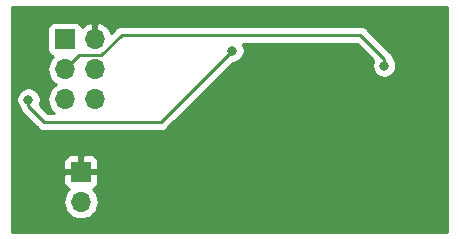
<source format=gbr>
G04 #@! TF.GenerationSoftware,KiCad,Pcbnew,(5.1.2)-1*
G04 #@! TF.CreationDate,2019-09-14T09:46:05-05:00*
G04 #@! TF.ProjectId,attiny-devboard,61747469-6e79-42d6-9465-76626f617264,rev?*
G04 #@! TF.SameCoordinates,Original*
G04 #@! TF.FileFunction,Copper,L2,Bot*
G04 #@! TF.FilePolarity,Positive*
%FSLAX46Y46*%
G04 Gerber Fmt 4.6, Leading zero omitted, Abs format (unit mm)*
G04 Created by KiCad (PCBNEW (5.1.2)-1) date 2019-09-14 09:46:05*
%MOMM*%
%LPD*%
G04 APERTURE LIST*
%ADD10R,1.700000X1.700000*%
%ADD11O,1.700000X1.700000*%
%ADD12C,0.800000*%
%ADD13C,0.250000*%
%ADD14C,0.254000*%
G04 APERTURE END LIST*
D10*
X115674140Y-93329760D03*
D11*
X115674140Y-95869760D03*
X116860320Y-87177880D03*
X114320320Y-87177880D03*
X116860320Y-84637880D03*
X114320320Y-84637880D03*
X116860320Y-82097880D03*
D10*
X114320320Y-82097880D03*
D12*
X144068800Y-81356200D03*
X119202200Y-91147900D03*
X141361160Y-84320380D03*
X111236760Y-87208360D03*
X128506220Y-83055460D03*
D13*
X141361160Y-83754695D02*
X139325885Y-81719420D01*
X141361160Y-84320380D02*
X141361160Y-83754695D01*
X115170319Y-83787881D02*
X114320320Y-84637880D01*
X115495321Y-83462879D02*
X115170319Y-83787881D01*
X117385081Y-83462879D02*
X115495321Y-83462879D01*
X119128540Y-81719420D02*
X117385081Y-83462879D01*
X139325885Y-81719420D02*
X119128540Y-81719420D01*
X111236760Y-87774045D02*
X112593855Y-89131140D01*
X111236760Y-87208360D02*
X111236760Y-87774045D01*
X112593855Y-89131140D02*
X122430540Y-89131140D01*
X122430540Y-89131140D02*
X128506220Y-83055460D01*
D14*
G36*
X146660001Y-98400000D02*
G01*
X109880000Y-98400000D01*
X109880000Y-95869760D01*
X114181955Y-95869760D01*
X114210627Y-96160871D01*
X114295541Y-96440794D01*
X114433434Y-96698774D01*
X114619006Y-96924894D01*
X114845126Y-97110466D01*
X115103106Y-97248359D01*
X115383029Y-97333273D01*
X115601190Y-97354760D01*
X115747090Y-97354760D01*
X115965251Y-97333273D01*
X116245174Y-97248359D01*
X116503154Y-97110466D01*
X116729274Y-96924894D01*
X116914846Y-96698774D01*
X117052739Y-96440794D01*
X117137653Y-96160871D01*
X117166325Y-95869760D01*
X117137653Y-95578649D01*
X117052739Y-95298726D01*
X116914846Y-95040746D01*
X116729274Y-94814626D01*
X116699453Y-94790153D01*
X116768320Y-94769262D01*
X116878634Y-94710297D01*
X116975325Y-94630945D01*
X117054677Y-94534254D01*
X117113642Y-94423940D01*
X117149952Y-94304242D01*
X117162212Y-94179760D01*
X117159140Y-93615510D01*
X117000390Y-93456760D01*
X115801140Y-93456760D01*
X115801140Y-93476760D01*
X115547140Y-93476760D01*
X115547140Y-93456760D01*
X114347890Y-93456760D01*
X114189140Y-93615510D01*
X114186068Y-94179760D01*
X114198328Y-94304242D01*
X114234638Y-94423940D01*
X114293603Y-94534254D01*
X114372955Y-94630945D01*
X114469646Y-94710297D01*
X114579960Y-94769262D01*
X114648827Y-94790153D01*
X114619006Y-94814626D01*
X114433434Y-95040746D01*
X114295541Y-95298726D01*
X114210627Y-95578649D01*
X114181955Y-95869760D01*
X109880000Y-95869760D01*
X109880000Y-92479760D01*
X114186068Y-92479760D01*
X114189140Y-93044010D01*
X114347890Y-93202760D01*
X115547140Y-93202760D01*
X115547140Y-92003510D01*
X115801140Y-92003510D01*
X115801140Y-93202760D01*
X117000390Y-93202760D01*
X117159140Y-93044010D01*
X117162212Y-92479760D01*
X117149952Y-92355278D01*
X117113642Y-92235580D01*
X117054677Y-92125266D01*
X116975325Y-92028575D01*
X116878634Y-91949223D01*
X116768320Y-91890258D01*
X116648622Y-91853948D01*
X116524140Y-91841688D01*
X115959890Y-91844760D01*
X115801140Y-92003510D01*
X115547140Y-92003510D01*
X115388390Y-91844760D01*
X114824140Y-91841688D01*
X114699658Y-91853948D01*
X114579960Y-91890258D01*
X114469646Y-91949223D01*
X114372955Y-92028575D01*
X114293603Y-92125266D01*
X114234638Y-92235580D01*
X114198328Y-92355278D01*
X114186068Y-92479760D01*
X109880000Y-92479760D01*
X109880000Y-87106421D01*
X110201760Y-87106421D01*
X110201760Y-87310299D01*
X110241534Y-87510258D01*
X110319555Y-87698616D01*
X110432823Y-87868134D01*
X110487773Y-87923084D01*
X110531214Y-88066292D01*
X110555797Y-88112281D01*
X110601786Y-88198321D01*
X110672961Y-88285047D01*
X110696760Y-88314046D01*
X110725758Y-88337844D01*
X112030056Y-89642143D01*
X112053854Y-89671141D01*
X112082852Y-89694939D01*
X112169578Y-89766114D01*
X112301608Y-89836686D01*
X112444869Y-89880143D01*
X112556522Y-89891140D01*
X112556531Y-89891140D01*
X112593854Y-89894816D01*
X112631177Y-89891140D01*
X122393218Y-89891140D01*
X122430540Y-89894816D01*
X122467862Y-89891140D01*
X122467873Y-89891140D01*
X122579526Y-89880143D01*
X122722787Y-89836686D01*
X122854816Y-89766114D01*
X122970541Y-89671141D01*
X122994344Y-89642137D01*
X128546022Y-84090460D01*
X128608159Y-84090460D01*
X128808118Y-84050686D01*
X128996476Y-83972665D01*
X129165994Y-83859397D01*
X129310157Y-83715234D01*
X129423425Y-83545716D01*
X129501446Y-83357358D01*
X129541220Y-83157399D01*
X129541220Y-82953521D01*
X129501446Y-82753562D01*
X129423425Y-82565204D01*
X129366106Y-82479420D01*
X139011084Y-82479420D01*
X140419888Y-83888225D01*
X140365934Y-84018482D01*
X140326160Y-84218441D01*
X140326160Y-84422319D01*
X140365934Y-84622278D01*
X140443955Y-84810636D01*
X140557223Y-84980154D01*
X140701386Y-85124317D01*
X140870904Y-85237585D01*
X141059262Y-85315606D01*
X141259221Y-85355380D01*
X141463099Y-85355380D01*
X141663058Y-85315606D01*
X141851416Y-85237585D01*
X142020934Y-85124317D01*
X142165097Y-84980154D01*
X142278365Y-84810636D01*
X142356386Y-84622278D01*
X142396160Y-84422319D01*
X142396160Y-84218441D01*
X142356386Y-84018482D01*
X142278365Y-83830124D01*
X142165097Y-83660606D01*
X142110147Y-83605656D01*
X142066706Y-83462448D01*
X141996134Y-83330419D01*
X141924959Y-83243692D01*
X141901161Y-83214694D01*
X141872163Y-83190896D01*
X139889689Y-81208423D01*
X139865886Y-81179419D01*
X139750161Y-81084446D01*
X139618132Y-81013874D01*
X139474871Y-80970417D01*
X139363218Y-80959420D01*
X139363207Y-80959420D01*
X139325885Y-80955744D01*
X139288563Y-80959420D01*
X119165862Y-80959420D01*
X119128539Y-80955744D01*
X119091216Y-80959420D01*
X119091207Y-80959420D01*
X118979554Y-80970417D01*
X118836293Y-81013874D01*
X118704264Y-81084446D01*
X118588539Y-81179419D01*
X118564741Y-81208417D01*
X118232054Y-81541104D01*
X118131961Y-81330960D01*
X117957908Y-81097611D01*
X117741675Y-80902702D01*
X117491572Y-80753723D01*
X117217211Y-80656399D01*
X116987320Y-80777066D01*
X116987320Y-81970880D01*
X117007320Y-81970880D01*
X117007320Y-82224880D01*
X116987320Y-82224880D01*
X116987320Y-82244880D01*
X116733320Y-82244880D01*
X116733320Y-82224880D01*
X116713320Y-82224880D01*
X116713320Y-81970880D01*
X116733320Y-81970880D01*
X116733320Y-80777066D01*
X116503429Y-80656399D01*
X116229068Y-80753723D01*
X115978965Y-80902702D01*
X115782818Y-81079506D01*
X115759822Y-81003700D01*
X115700857Y-80893386D01*
X115621505Y-80796695D01*
X115524814Y-80717343D01*
X115414500Y-80658378D01*
X115294802Y-80622068D01*
X115170320Y-80609808D01*
X113470320Y-80609808D01*
X113345838Y-80622068D01*
X113226140Y-80658378D01*
X113115826Y-80717343D01*
X113019135Y-80796695D01*
X112939783Y-80893386D01*
X112880818Y-81003700D01*
X112844508Y-81123398D01*
X112832248Y-81247880D01*
X112832248Y-82947880D01*
X112844508Y-83072362D01*
X112880818Y-83192060D01*
X112939783Y-83302374D01*
X113019135Y-83399065D01*
X113115826Y-83478417D01*
X113226140Y-83537382D01*
X113295007Y-83558273D01*
X113265186Y-83582746D01*
X113079614Y-83808866D01*
X112941721Y-84066846D01*
X112856807Y-84346769D01*
X112828135Y-84637880D01*
X112856807Y-84928991D01*
X112941721Y-85208914D01*
X113079614Y-85466894D01*
X113265186Y-85693014D01*
X113491306Y-85878586D01*
X113546111Y-85907880D01*
X113491306Y-85937174D01*
X113265186Y-86122746D01*
X113079614Y-86348866D01*
X112941721Y-86606846D01*
X112856807Y-86886769D01*
X112828135Y-87177880D01*
X112856807Y-87468991D01*
X112941721Y-87748914D01*
X113079614Y-88006894D01*
X113265186Y-88233014D01*
X113433493Y-88371140D01*
X112908657Y-88371140D01*
X112178031Y-87640515D01*
X112231986Y-87510258D01*
X112271760Y-87310299D01*
X112271760Y-87106421D01*
X112231986Y-86906462D01*
X112153965Y-86718104D01*
X112040697Y-86548586D01*
X111896534Y-86404423D01*
X111727016Y-86291155D01*
X111538658Y-86213134D01*
X111338699Y-86173360D01*
X111134821Y-86173360D01*
X110934862Y-86213134D01*
X110746504Y-86291155D01*
X110576986Y-86404423D01*
X110432823Y-86548586D01*
X110319555Y-86718104D01*
X110241534Y-86906462D01*
X110201760Y-87106421D01*
X109880000Y-87106421D01*
X109880000Y-79400000D01*
X146660000Y-79400000D01*
X146660001Y-98400000D01*
X146660001Y-98400000D01*
G37*
X146660001Y-98400000D02*
X109880000Y-98400000D01*
X109880000Y-95869760D01*
X114181955Y-95869760D01*
X114210627Y-96160871D01*
X114295541Y-96440794D01*
X114433434Y-96698774D01*
X114619006Y-96924894D01*
X114845126Y-97110466D01*
X115103106Y-97248359D01*
X115383029Y-97333273D01*
X115601190Y-97354760D01*
X115747090Y-97354760D01*
X115965251Y-97333273D01*
X116245174Y-97248359D01*
X116503154Y-97110466D01*
X116729274Y-96924894D01*
X116914846Y-96698774D01*
X117052739Y-96440794D01*
X117137653Y-96160871D01*
X117166325Y-95869760D01*
X117137653Y-95578649D01*
X117052739Y-95298726D01*
X116914846Y-95040746D01*
X116729274Y-94814626D01*
X116699453Y-94790153D01*
X116768320Y-94769262D01*
X116878634Y-94710297D01*
X116975325Y-94630945D01*
X117054677Y-94534254D01*
X117113642Y-94423940D01*
X117149952Y-94304242D01*
X117162212Y-94179760D01*
X117159140Y-93615510D01*
X117000390Y-93456760D01*
X115801140Y-93456760D01*
X115801140Y-93476760D01*
X115547140Y-93476760D01*
X115547140Y-93456760D01*
X114347890Y-93456760D01*
X114189140Y-93615510D01*
X114186068Y-94179760D01*
X114198328Y-94304242D01*
X114234638Y-94423940D01*
X114293603Y-94534254D01*
X114372955Y-94630945D01*
X114469646Y-94710297D01*
X114579960Y-94769262D01*
X114648827Y-94790153D01*
X114619006Y-94814626D01*
X114433434Y-95040746D01*
X114295541Y-95298726D01*
X114210627Y-95578649D01*
X114181955Y-95869760D01*
X109880000Y-95869760D01*
X109880000Y-92479760D01*
X114186068Y-92479760D01*
X114189140Y-93044010D01*
X114347890Y-93202760D01*
X115547140Y-93202760D01*
X115547140Y-92003510D01*
X115801140Y-92003510D01*
X115801140Y-93202760D01*
X117000390Y-93202760D01*
X117159140Y-93044010D01*
X117162212Y-92479760D01*
X117149952Y-92355278D01*
X117113642Y-92235580D01*
X117054677Y-92125266D01*
X116975325Y-92028575D01*
X116878634Y-91949223D01*
X116768320Y-91890258D01*
X116648622Y-91853948D01*
X116524140Y-91841688D01*
X115959890Y-91844760D01*
X115801140Y-92003510D01*
X115547140Y-92003510D01*
X115388390Y-91844760D01*
X114824140Y-91841688D01*
X114699658Y-91853948D01*
X114579960Y-91890258D01*
X114469646Y-91949223D01*
X114372955Y-92028575D01*
X114293603Y-92125266D01*
X114234638Y-92235580D01*
X114198328Y-92355278D01*
X114186068Y-92479760D01*
X109880000Y-92479760D01*
X109880000Y-87106421D01*
X110201760Y-87106421D01*
X110201760Y-87310299D01*
X110241534Y-87510258D01*
X110319555Y-87698616D01*
X110432823Y-87868134D01*
X110487773Y-87923084D01*
X110531214Y-88066292D01*
X110555797Y-88112281D01*
X110601786Y-88198321D01*
X110672961Y-88285047D01*
X110696760Y-88314046D01*
X110725758Y-88337844D01*
X112030056Y-89642143D01*
X112053854Y-89671141D01*
X112082852Y-89694939D01*
X112169578Y-89766114D01*
X112301608Y-89836686D01*
X112444869Y-89880143D01*
X112556522Y-89891140D01*
X112556531Y-89891140D01*
X112593854Y-89894816D01*
X112631177Y-89891140D01*
X122393218Y-89891140D01*
X122430540Y-89894816D01*
X122467862Y-89891140D01*
X122467873Y-89891140D01*
X122579526Y-89880143D01*
X122722787Y-89836686D01*
X122854816Y-89766114D01*
X122970541Y-89671141D01*
X122994344Y-89642137D01*
X128546022Y-84090460D01*
X128608159Y-84090460D01*
X128808118Y-84050686D01*
X128996476Y-83972665D01*
X129165994Y-83859397D01*
X129310157Y-83715234D01*
X129423425Y-83545716D01*
X129501446Y-83357358D01*
X129541220Y-83157399D01*
X129541220Y-82953521D01*
X129501446Y-82753562D01*
X129423425Y-82565204D01*
X129366106Y-82479420D01*
X139011084Y-82479420D01*
X140419888Y-83888225D01*
X140365934Y-84018482D01*
X140326160Y-84218441D01*
X140326160Y-84422319D01*
X140365934Y-84622278D01*
X140443955Y-84810636D01*
X140557223Y-84980154D01*
X140701386Y-85124317D01*
X140870904Y-85237585D01*
X141059262Y-85315606D01*
X141259221Y-85355380D01*
X141463099Y-85355380D01*
X141663058Y-85315606D01*
X141851416Y-85237585D01*
X142020934Y-85124317D01*
X142165097Y-84980154D01*
X142278365Y-84810636D01*
X142356386Y-84622278D01*
X142396160Y-84422319D01*
X142396160Y-84218441D01*
X142356386Y-84018482D01*
X142278365Y-83830124D01*
X142165097Y-83660606D01*
X142110147Y-83605656D01*
X142066706Y-83462448D01*
X141996134Y-83330419D01*
X141924959Y-83243692D01*
X141901161Y-83214694D01*
X141872163Y-83190896D01*
X139889689Y-81208423D01*
X139865886Y-81179419D01*
X139750161Y-81084446D01*
X139618132Y-81013874D01*
X139474871Y-80970417D01*
X139363218Y-80959420D01*
X139363207Y-80959420D01*
X139325885Y-80955744D01*
X139288563Y-80959420D01*
X119165862Y-80959420D01*
X119128539Y-80955744D01*
X119091216Y-80959420D01*
X119091207Y-80959420D01*
X118979554Y-80970417D01*
X118836293Y-81013874D01*
X118704264Y-81084446D01*
X118588539Y-81179419D01*
X118564741Y-81208417D01*
X118232054Y-81541104D01*
X118131961Y-81330960D01*
X117957908Y-81097611D01*
X117741675Y-80902702D01*
X117491572Y-80753723D01*
X117217211Y-80656399D01*
X116987320Y-80777066D01*
X116987320Y-81970880D01*
X117007320Y-81970880D01*
X117007320Y-82224880D01*
X116987320Y-82224880D01*
X116987320Y-82244880D01*
X116733320Y-82244880D01*
X116733320Y-82224880D01*
X116713320Y-82224880D01*
X116713320Y-81970880D01*
X116733320Y-81970880D01*
X116733320Y-80777066D01*
X116503429Y-80656399D01*
X116229068Y-80753723D01*
X115978965Y-80902702D01*
X115782818Y-81079506D01*
X115759822Y-81003700D01*
X115700857Y-80893386D01*
X115621505Y-80796695D01*
X115524814Y-80717343D01*
X115414500Y-80658378D01*
X115294802Y-80622068D01*
X115170320Y-80609808D01*
X113470320Y-80609808D01*
X113345838Y-80622068D01*
X113226140Y-80658378D01*
X113115826Y-80717343D01*
X113019135Y-80796695D01*
X112939783Y-80893386D01*
X112880818Y-81003700D01*
X112844508Y-81123398D01*
X112832248Y-81247880D01*
X112832248Y-82947880D01*
X112844508Y-83072362D01*
X112880818Y-83192060D01*
X112939783Y-83302374D01*
X113019135Y-83399065D01*
X113115826Y-83478417D01*
X113226140Y-83537382D01*
X113295007Y-83558273D01*
X113265186Y-83582746D01*
X113079614Y-83808866D01*
X112941721Y-84066846D01*
X112856807Y-84346769D01*
X112828135Y-84637880D01*
X112856807Y-84928991D01*
X112941721Y-85208914D01*
X113079614Y-85466894D01*
X113265186Y-85693014D01*
X113491306Y-85878586D01*
X113546111Y-85907880D01*
X113491306Y-85937174D01*
X113265186Y-86122746D01*
X113079614Y-86348866D01*
X112941721Y-86606846D01*
X112856807Y-86886769D01*
X112828135Y-87177880D01*
X112856807Y-87468991D01*
X112941721Y-87748914D01*
X113079614Y-88006894D01*
X113265186Y-88233014D01*
X113433493Y-88371140D01*
X112908657Y-88371140D01*
X112178031Y-87640515D01*
X112231986Y-87510258D01*
X112271760Y-87310299D01*
X112271760Y-87106421D01*
X112231986Y-86906462D01*
X112153965Y-86718104D01*
X112040697Y-86548586D01*
X111896534Y-86404423D01*
X111727016Y-86291155D01*
X111538658Y-86213134D01*
X111338699Y-86173360D01*
X111134821Y-86173360D01*
X110934862Y-86213134D01*
X110746504Y-86291155D01*
X110576986Y-86404423D01*
X110432823Y-86548586D01*
X110319555Y-86718104D01*
X110241534Y-86906462D01*
X110201760Y-87106421D01*
X109880000Y-87106421D01*
X109880000Y-79400000D01*
X146660000Y-79400000D01*
X146660001Y-98400000D01*
M02*

</source>
